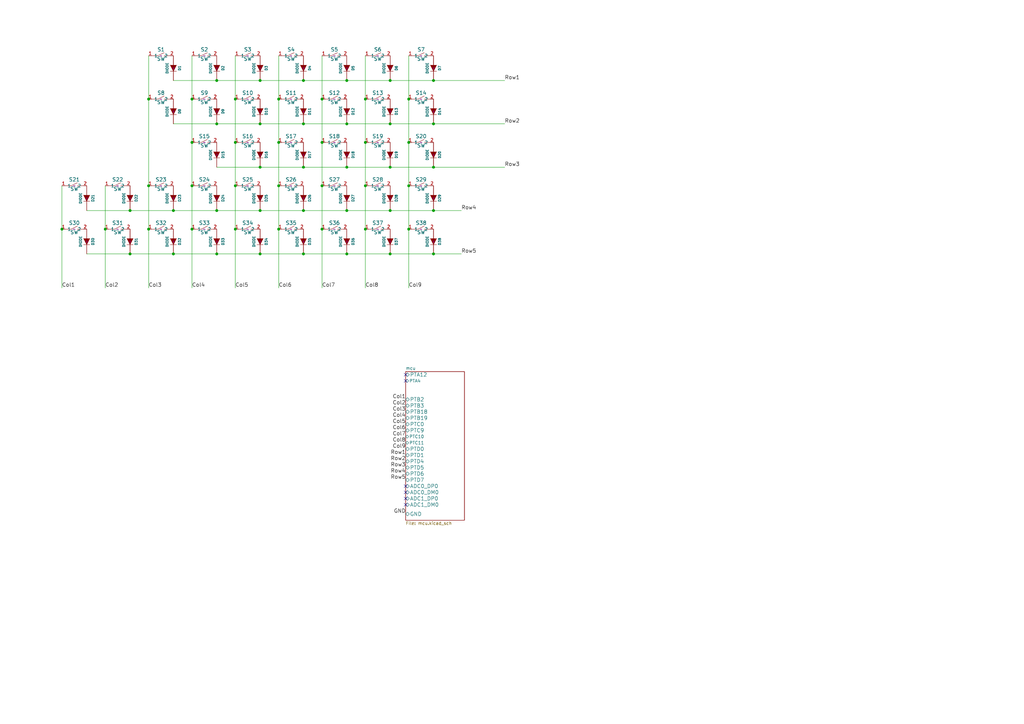
<source format=kicad_sch>
(kicad_sch (version 20210621) (generator eeschema)
  (paper "A3")
  (title_block (title "ICED-L") (date "2016-07-17") (rev "Rev 1.2b") (company "Input Club"))
  (lib_symbols
    (symbol "ICEDLeft:DIODE" (pin_numbers hide) (pin_names (offset 1.016) hide)
      (property "Reference" "D" (at 0 2.54 0))
      (property "Value" "DIODE" (at 0 -2.54 0))
      (symbol "DIODE_0_1"
        (polyline (pts (xy 1.27 1.27) (xy 1.27 -1.27)) (stroke (width 0.1524)))
        (polyline (pts (xy -1.27 1.27) (xy 1.27 0) (xy -1.27 -1.27)) (fill (type outline)))
      )
      (symbol "DIODE_1_1"
        (pin passive line (at -5.08 0 0) (length 3.81) (name "A") (number "1"))
        (pin passive line (at 5.08 0 180) (length 3.81) (name "K") (number "2"))
      )
    )
    (symbol "ICEDLeft:SW" (pin_names (offset 1.016))
      (property "Reference" "S" (at 0 2.54 0))
      (property "Value" "SW" (at 0 -1.27 0))
      (symbol "SW_0_1"
        (polyline (pts (xy 2.54 0) (xy 1.27 0)))
        (polyline (pts (xy 3.81 0) (xy 2.54 0)))
        (polyline (pts (xy 1.27 1.27) (xy -1.27 0) (xy -3.81 0)))
      )
      (symbol "SW_1_1"
        (pin bidirectional line (at -5.08 0 0) (length 1.27) (name "1") (number "1"))
        (pin bidirectional line (at 5.08 0 180) (length 1.27) (name "2") (number "2"))
      )
    )
  )
  (junction (at 25.4 93.98) (diameter 1.016))
  (junction (at 43.18 93.98) (diameter 1.016))
  (junction (at 53.34 86.36) (diameter 1.016))
  (junction (at 53.34 104.14) (diameter 1.016))
  (junction (at 60.96 40.64) (diameter 1.016))
  (junction (at 60.96 76.2) (diameter 1.016))
  (junction (at 60.96 93.98) (diameter 1.016))
  (junction (at 71.12 86.36) (diameter 1.016))
  (junction (at 71.12 104.14) (diameter 1.016))
  (junction (at 78.74 40.64) (diameter 1.016))
  (junction (at 78.74 58.42) (diameter 1.016))
  (junction (at 78.74 76.2) (diameter 1.016))
  (junction (at 78.74 93.98) (diameter 1.016))
  (junction (at 88.9 33.02) (diameter 1.016))
  (junction (at 88.9 50.8) (diameter 1.016))
  (junction (at 88.9 86.36) (diameter 1.016))
  (junction (at 88.9 104.14) (diameter 1.016))
  (junction (at 96.52 40.64) (diameter 1.016))
  (junction (at 96.52 58.42) (diameter 1.016))
  (junction (at 96.52 76.2) (diameter 1.016))
  (junction (at 96.52 93.98) (diameter 1.016))
  (junction (at 106.68 33.02) (diameter 1.016))
  (junction (at 106.68 50.8) (diameter 1.016))
  (junction (at 106.68 68.58) (diameter 1.016))
  (junction (at 106.68 86.36) (diameter 1.016))
  (junction (at 106.68 104.14) (diameter 1.016))
  (junction (at 114.3 40.64) (diameter 1.016))
  (junction (at 114.3 58.42) (diameter 1.016))
  (junction (at 114.3 76.2) (diameter 1.016))
  (junction (at 114.3 93.98) (diameter 1.016))
  (junction (at 124.46 33.02) (diameter 1.016))
  (junction (at 124.46 50.8) (diameter 1.016))
  (junction (at 124.46 68.58) (diameter 1.016))
  (junction (at 124.46 86.36) (diameter 1.016))
  (junction (at 124.46 104.14) (diameter 1.016))
  (junction (at 132.08 40.64) (diameter 1.016))
  (junction (at 132.08 58.42) (diameter 1.016))
  (junction (at 132.08 76.2) (diameter 1.016))
  (junction (at 132.08 93.98) (diameter 1.016))
  (junction (at 142.24 33.02) (diameter 1.016))
  (junction (at 142.24 50.8) (diameter 1.016))
  (junction (at 142.24 68.58) (diameter 1.016))
  (junction (at 142.24 86.36) (diameter 1.016))
  (junction (at 142.24 104.14) (diameter 1.016))
  (junction (at 149.86 40.64) (diameter 1.016))
  (junction (at 149.86 58.42) (diameter 1.016))
  (junction (at 149.86 76.2) (diameter 1.016))
  (junction (at 149.86 93.98) (diameter 1.016))
  (junction (at 160.02 33.02) (diameter 1.016))
  (junction (at 160.02 50.8) (diameter 1.016))
  (junction (at 160.02 68.58) (diameter 1.016))
  (junction (at 160.02 86.36) (diameter 1.016))
  (junction (at 160.02 104.14) (diameter 1.016))
  (junction (at 167.64 40.64) (diameter 1.016))
  (junction (at 167.64 58.42) (diameter 1.016))
  (junction (at 167.64 76.2) (diameter 1.016))
  (junction (at 167.64 93.98) (diameter 1.016))
  (junction (at 177.8 33.02) (diameter 1.016))
  (junction (at 177.8 50.8) (diameter 1.016))
  (junction (at 177.8 68.58) (diameter 1.016))
  (junction (at 177.8 86.36) (diameter 1.016))
  (junction (at 177.8 104.14) (diameter 1.016))
  (no_connect (at 166.37 153.67))
  (no_connect (at 166.37 156.21))
  (no_connect (at 166.37 199.39))
  (no_connect (at 166.37 201.93))
  (no_connect (at 166.37 204.47))
  (no_connect (at 166.37 207.01))
  (wire (pts (xy 25.4 76.2) (xy 25.4 93.98)))
  (wire (pts (xy 25.4 93.98) (xy 25.4 118.11)))
  (wire (pts (xy 35.56 86.36) (xy 53.34 86.36)))
  (wire (pts (xy 35.56 104.14) (xy 53.34 104.14)))
  (wire (pts (xy 43.18 76.2) (xy 43.18 93.98)))
  (wire (pts (xy 43.18 93.98) (xy 43.18 118.11)))
  (wire (pts (xy 53.34 86.36) (xy 71.12 86.36)))
  (wire (pts (xy 53.34 104.14) (xy 71.12 104.14)))
  (wire (pts (xy 60.96 22.86) (xy 60.96 40.64)))
  (wire (pts (xy 60.96 40.64) (xy 60.96 76.2)))
  (wire (pts (xy 60.96 76.2) (xy 60.96 93.98)))
  (wire (pts (xy 60.96 93.98) (xy 60.96 118.11)))
  (wire (pts (xy 71.12 33.02) (xy 88.9 33.02)))
  (wire (pts (xy 71.12 50.8) (xy 88.9 50.8)))
  (wire (pts (xy 71.12 86.36) (xy 88.9 86.36)))
  (wire (pts (xy 71.12 104.14) (xy 88.9 104.14)))
  (wire (pts (xy 78.74 22.86) (xy 78.74 40.64)))
  (wire (pts (xy 78.74 40.64) (xy 78.74 58.42)))
  (wire (pts (xy 78.74 58.42) (xy 78.74 76.2)))
  (wire (pts (xy 78.74 76.2) (xy 78.74 93.98)))
  (wire (pts (xy 78.74 93.98) (xy 78.74 118.11)))
  (wire (pts (xy 88.9 33.02) (xy 106.68 33.02)))
  (wire (pts (xy 88.9 50.8) (xy 106.68 50.8)))
  (wire (pts (xy 88.9 68.58) (xy 106.68 68.58)))
  (wire (pts (xy 88.9 86.36) (xy 106.68 86.36)))
  (wire (pts (xy 88.9 104.14) (xy 106.68 104.14)))
  (wire (pts (xy 96.52 22.86) (xy 96.52 40.64)))
  (wire (pts (xy 96.52 40.64) (xy 96.52 58.42)))
  (wire (pts (xy 96.52 58.42) (xy 96.52 76.2)))
  (wire (pts (xy 96.52 76.2) (xy 96.52 93.98)))
  (wire (pts (xy 96.52 93.98) (xy 96.52 118.11)))
  (wire (pts (xy 106.68 33.02) (xy 124.46 33.02)))
  (wire (pts (xy 106.68 50.8) (xy 124.46 50.8)))
  (wire (pts (xy 106.68 68.58) (xy 124.46 68.58)))
  (wire (pts (xy 106.68 86.36) (xy 124.46 86.36)))
  (wire (pts (xy 106.68 104.14) (xy 124.46 104.14)))
  (wire (pts (xy 114.3 22.86) (xy 114.3 40.64)))
  (wire (pts (xy 114.3 40.64) (xy 114.3 58.42)))
  (wire (pts (xy 114.3 58.42) (xy 114.3 76.2)))
  (wire (pts (xy 114.3 76.2) (xy 114.3 93.98)))
  (wire (pts (xy 114.3 93.98) (xy 114.3 118.11)))
  (wire (pts (xy 124.46 33.02) (xy 142.24 33.02)))
  (wire (pts (xy 124.46 50.8) (xy 142.24 50.8)))
  (wire (pts (xy 124.46 68.58) (xy 142.24 68.58)))
  (wire (pts (xy 124.46 86.36) (xy 142.24 86.36)))
  (wire (pts (xy 124.46 104.14) (xy 142.24 104.14)))
  (wire (pts (xy 132.08 22.86) (xy 132.08 40.64)))
  (wire (pts (xy 132.08 40.64) (xy 132.08 58.42)))
  (wire (pts (xy 132.08 58.42) (xy 132.08 76.2)))
  (wire (pts (xy 132.08 76.2) (xy 132.08 93.98)))
  (wire (pts (xy 132.08 93.98) (xy 132.08 118.11)))
  (wire (pts (xy 142.24 33.02) (xy 160.02 33.02)))
  (wire (pts (xy 142.24 50.8) (xy 160.02 50.8)))
  (wire (pts (xy 142.24 68.58) (xy 160.02 68.58)))
  (wire (pts (xy 142.24 86.36) (xy 160.02 86.36)))
  (wire (pts (xy 142.24 104.14) (xy 160.02 104.14)))
  (wire (pts (xy 149.86 22.86) (xy 149.86 40.64)))
  (wire (pts (xy 149.86 40.64) (xy 149.86 58.42)))
  (wire (pts (xy 149.86 58.42) (xy 149.86 76.2)))
  (wire (pts (xy 149.86 76.2) (xy 149.86 93.98)))
  (wire (pts (xy 149.86 93.98) (xy 149.86 118.11)))
  (wire (pts (xy 160.02 33.02) (xy 177.8 33.02)))
  (wire (pts (xy 160.02 50.8) (xy 177.8 50.8)))
  (wire (pts (xy 160.02 68.58) (xy 177.8 68.58)))
  (wire (pts (xy 160.02 86.36) (xy 177.8 86.36)))
  (wire (pts (xy 160.02 104.14) (xy 177.8 104.14)))
  (wire (pts (xy 167.64 22.86) (xy 167.64 40.64)))
  (wire (pts (xy 167.64 40.64) (xy 167.64 58.42)))
  (wire (pts (xy 167.64 58.42) (xy 167.64 76.2)))
  (wire (pts (xy 167.64 76.2) (xy 167.64 93.98)))
  (wire (pts (xy 167.64 93.98) (xy 167.64 118.11)))
  (wire (pts (xy 177.8 33.02) (xy 207.01 33.02)))
  (wire (pts (xy 177.8 50.8) (xy 207.01 50.8)))
  (wire (pts (xy 177.8 68.58) (xy 207.01 68.58)))
  (wire (pts (xy 177.8 86.36) (xy 189.23 86.36)))
  (wire (pts (xy 177.8 104.14) (xy 189.23 104.14)))
  (label "Col1" (at 25.4 118.11 0) (effects (font (size 1.524 1.524))))
  (label "Col2" (at 43.18 118.11 0) (effects (font (size 1.524 1.524))))
  (label "Col3" (at 60.96 118.11 0) (effects (font (size 1.524 1.524))))
  (label "Col4" (at 78.74 118.11 0) (effects (font (size 1.524 1.524))))
  (label "Col5" (at 96.52 118.11 0) (effects (font (size 1.524 1.524))))
  (label "Col6" (at 114.3 118.11 0) (effects (font (size 1.524 1.524))))
  (label "Col7" (at 132.08 118.11 0) (effects (font (size 1.524 1.524))))
  (label "Col8" (at 149.86 118.11 0) (effects (font (size 1.524 1.524))))
  (label "Col1" (at 166.37 163.83 180) (effects (font (size 1.524 1.524))))
  (label "Col2" (at 166.37 166.37 180) (effects (font (size 1.524 1.524))))
  (label "Col3" (at 166.37 168.91 180) (effects (font (size 1.524 1.524))))
  (label "Col4" (at 166.37 171.45 180) (effects (font (size 1.524 1.524))))
  (label "Col5" (at 166.37 173.99 180) (effects (font (size 1.524 1.524))))
  (label "Col6" (at 166.37 176.53 180) (effects (font (size 1.524 1.524))))
  (label "Col7" (at 166.37 179.07 180) (effects (font (size 1.524 1.524))))
  (label "Col8" (at 166.37 181.61 180) (effects (font (size 1.524 1.524))))
  (label "Col9" (at 166.37 184.15 180) (effects (font (size 1.524 1.524))))
  (label "Row1" (at 166.37 186.69 180) (effects (font (size 1.524 1.524))))
  (label "Row2" (at 166.37 189.23 180) (effects (font (size 1.524 1.524))))
  (label "Row3" (at 166.37 191.77 180) (effects (font (size 1.524 1.524))))
  (label "Row4" (at 166.37 194.31 180) (effects (font (size 1.524 1.524))))
  (label "Row5" (at 166.37 196.85 180) (effects (font (size 1.524 1.524))))
  (label "GND" (at 166.37 210.82 180) (effects (font (size 1.524 1.524))))
  (label "Col9" (at 167.64 118.11 0) (effects (font (size 1.524 1.524))))
  (label "Row4" (at 189.23 86.36 0) (effects (font (size 1.524 1.524))))
  (label "Row5" (at 189.23 104.14 0) (effects (font (size 1.524 1.524))))
  (label "Row1" (at 207.01 33.02 0) (effects (font (size 1.524 1.524))))
  (label "Row2" (at 207.01 50.8 0) (effects (font (size 1.524 1.524))))
  (label "Row3" (at 207.01 68.58 0) (effects (font (size 1.524 1.524))))
  (symbol (lib_id "ICEDLeft:SW") (at 30.48 76.2 0) (unit 1)
    (property "Reference" "S21" (at 30.48 73.66 0) (effects (font (size 1.524 1.524))))
    (property "Value" "SW" (at 30.48 77.47 0) (effects (font (size 1.524 1.524))))
    (property "Footprint" "prettylib:SW_Hotswap_Kailh" (effects hide))
    (property "Datasheet" "~" (at 30.48 76.2 0) (effects (font (size 1.524 1.524))))
  )
  (symbol (lib_id "ICEDLeft:SW") (at 30.48 93.98 0) (unit 1)
    (property "Reference" "S30" (at 30.48 91.44 0) (effects (font (size 1.524 1.524))))
    (property "Value" "SW" (at 30.48 95.25 0) (effects (font (size 1.524 1.524))))
    (property "Footprint" "prettylib:SW_Hotswap_Kailh" (effects hide))
    (property "Datasheet" "~" (at 30.48 93.98 0) (effects (font (size 1.524 1.524))))
  )
  (symbol (lib_id "ICEDLeft:SW") (at 48.26 76.2 0) (unit 1)
    (property "Reference" "S22" (at 48.26 73.66 0) (effects (font (size 1.524 1.524))))
    (property "Value" "SW" (at 48.26 77.47 0) (effects (font (size 1.524 1.524))))
    (property "Footprint" "prettylib:SW_Hotswap_Kailh" (effects hide))
    (property "Datasheet" "~" (at 48.26 76.2 0) (effects (font (size 1.524 1.524))))
  )
  (symbol (lib_id "ICEDLeft:SW") (at 48.26 93.98 0) (unit 1)
    (property "Reference" "S31" (at 48.26 91.44 0) (effects (font (size 1.524 1.524))))
    (property "Value" "SW" (at 48.26 95.25 0) (effects (font (size 1.524 1.524))))
    (property "Footprint" "prettylib:SW_Hotswap_Kailh" (effects hide))
    (property "Datasheet" "~" (at 48.26 93.98 0) (effects (font (size 1.524 1.524))))
  )
  (symbol (lib_id "ICEDLeft:SW") (at 66.04 22.86 0) (unit 1)
    (property "Reference" "S1" (at 66.04 20.32 0) (effects (font (size 1.524 1.524))))
    (property "Value" "SW" (at 66.04 24.13 0) (effects (font (size 1.524 1.524))))
    (property "Footprint" "prettylib:SW_Hotswap_Kailh" (effects hide))
    (property "Datasheet" "~" (at 66.04 22.86 0) (effects (font (size 1.524 1.524))))
  )
  (symbol (lib_id "ICEDLeft:SW") (at 66.04 40.64 0) (unit 1)
    (property "Reference" "S8" (at 66.04 38.1 0) (effects (font (size 1.524 1.524))))
    (property "Value" "SW" (at 66.04 41.91 0) (effects (font (size 1.524 1.524))))
    (property "Footprint" "prettylib:SW_Hotswap_Kailh" (effects hide))
    (property "Datasheet" "~" (at 66.04 40.64 0) (effects (font (size 1.524 1.524))))
  )
  (symbol (lib_id "ICEDLeft:SW") (at 66.04 76.2 0) (unit 1)
    (property "Reference" "S23" (at 66.04 73.66 0) (effects (font (size 1.524 1.524))))
    (property "Value" "SW" (at 66.04 77.47 0) (effects (font (size 1.524 1.524))))
    (property "Footprint" "prettylib:SW_Hotswap_Kailh" (effects hide))
    (property "Datasheet" "~" (at 66.04 76.2 0) (effects (font (size 1.524 1.524))))
  )
  (symbol (lib_id "ICEDLeft:SW") (at 66.04 93.98 0) (unit 1)
    (property "Reference" "S32" (at 66.04 91.44 0) (effects (font (size 1.524 1.524))))
    (property "Value" "SW" (at 66.04 95.25 0) (effects (font (size 1.524 1.524))))
    (property "Footprint" "prettylib:SW_Hotswap_Kailh" (effects hide))
    (property "Datasheet" "~" (at 66.04 93.98 0) (effects (font (size 1.524 1.524))))
  )
  (symbol (lib_id "ICEDLeft:SW") (at 83.82 22.86 0) (unit 1)
    (property "Reference" "S2" (at 83.82 20.32 0) (effects (font (size 1.524 1.524))))
    (property "Value" "SW" (at 83.82 24.13 0) (effects (font (size 1.524 1.524))))
    (property "Footprint" "prettylib:SW_Hotswap_Kailh" (effects hide))
    (property "Datasheet" "~" (at 83.82 22.86 0) (effects (font (size 1.524 1.524))))
  )
  (symbol (lib_id "ICEDLeft:SW") (at 83.82 40.64 0) (unit 1)
    (property "Reference" "S9" (at 83.82 38.1 0) (effects (font (size 1.524 1.524))))
    (property "Value" "SW" (at 83.82 41.91 0) (effects (font (size 1.524 1.524))))
    (property "Footprint" "prettylib:SW_Hotswap_Kailh" (effects hide))
    (property "Datasheet" "~" (at 83.82 40.64 0) (effects (font (size 1.524 1.524))))
  )
  (symbol (lib_id "ICEDLeft:SW") (at 83.82 58.42 0) (unit 1)
    (property "Reference" "S15" (at 83.82 55.88 0) (effects (font (size 1.524 1.524))))
    (property "Value" "SW" (at 83.82 59.69 0) (effects (font (size 1.524 1.524))))
    (property "Footprint" "prettylib:SW_Hotswap_Kailh" (effects hide))
    (property "Datasheet" "~" (at 83.82 58.42 0) (effects (font (size 1.524 1.524))))
  )
  (symbol (lib_id "ICEDLeft:SW") (at 83.82 76.2 0) (unit 1)
    (property "Reference" "S24" (at 83.82 73.66 0) (effects (font (size 1.524 1.524))))
    (property "Value" "SW" (at 83.82 77.47 0) (effects (font (size 1.524 1.524))))
    (property "Footprint" "prettylib:SW_Hotswap_Kailh" (effects hide))
    (property "Datasheet" "~" (at 83.82 76.2 0) (effects (font (size 1.524 1.524))))
  )
  (symbol (lib_id "ICEDLeft:SW") (at 83.82 93.98 0) (unit 1)
    (property "Reference" "S33" (at 83.82 91.44 0) (effects (font (size 1.524 1.524))))
    (property "Value" "SW" (at 83.82 95.25 0) (effects (font (size 1.524 1.524))))
    (property "Footprint" "prettylib:SW_Hotswap_Kailh" (effects hide))
    (property "Datasheet" "~" (at 83.82 93.98 0) (effects (font (size 1.524 1.524))))
  )
  (symbol (lib_id "ICEDLeft:SW") (at 101.6 22.86 0) (unit 1)
    (property "Reference" "S3" (at 101.6 20.32 0) (effects (font (size 1.524 1.524))))
    (property "Value" "SW" (at 101.6 24.13 0) (effects (font (size 1.524 1.524))))
    (property "Footprint" "prettylib:SW_Hotswap_Kailh" (effects hide))
    (property "Datasheet" "~" (at 101.6 22.86 0) (effects (font (size 1.524 1.524))))
  )
  (symbol (lib_id "ICEDLeft:SW") (at 101.6 40.64 0) (unit 1)
    (property "Reference" "S10" (at 101.6 38.1 0) (effects (font (size 1.524 1.524))))
    (property "Value" "SW" (at 101.6 41.91 0) (effects (font (size 1.524 1.524))))
    (property "Footprint" "prettylib:SW_Hotswap_Kailh" (effects hide))
    (property "Datasheet" "~" (at 101.6 40.64 0) (effects (font (size 1.524 1.524))))
  )
  (symbol (lib_id "ICEDLeft:SW") (at 101.6 58.42 0) (unit 1)
    (property "Reference" "S16" (at 101.6 55.88 0) (effects (font (size 1.524 1.524))))
    (property "Value" "SW" (at 101.6 59.69 0) (effects (font (size 1.524 1.524))))
    (property "Footprint" "prettylib:SW_Hotswap_Kailh" (effects hide))
    (property "Datasheet" "~" (at 101.6 58.42 0) (effects (font (size 1.524 1.524))))
  )
  (symbol (lib_id "ICEDLeft:SW") (at 101.6 76.2 0) (unit 1)
    (property "Reference" "S25" (at 101.6 73.66 0) (effects (font (size 1.524 1.524))))
    (property "Value" "SW" (at 101.6 77.47 0) (effects (font (size 1.524 1.524))))
    (property "Footprint" "prettylib:SW_Hotswap_Kailh" (effects hide))
    (property "Datasheet" "~" (at 101.6 76.2 0) (effects (font (size 1.524 1.524))))
  )
  (symbol (lib_id "ICEDLeft:SW") (at 101.6 93.98 0) (unit 1)
    (property "Reference" "S34" (at 101.6 91.44 0) (effects (font (size 1.524 1.524))))
    (property "Value" "SW" (at 101.6 95.25 0) (effects (font (size 1.524 1.524))))
    (property "Footprint" "prettylib:SW_Hotswap_Kailh" (effects hide))
    (property "Datasheet" "~" (at 101.6 93.98 0) (effects (font (size 1.524 1.524))))
  )
  (symbol (lib_id "ICEDLeft:SW") (at 119.38 22.86 0) (unit 1)
    (property "Reference" "S4" (at 119.38 20.32 0) (effects (font (size 1.524 1.524))))
    (property "Value" "SW" (at 119.38 24.13 0) (effects (font (size 1.524 1.524))))
    (property "Footprint" "prettylib:SW_Hotswap_Kailh" (effects hide))
    (property "Datasheet" "~" (at 119.38 22.86 0) (effects (font (size 1.524 1.524))))
  )
  (symbol (lib_id "ICEDLeft:SW") (at 119.38 40.64 0) (unit 1)
    (property "Reference" "S11" (at 119.38 38.1 0) (effects (font (size 1.524 1.524))))
    (property "Value" "SW" (at 119.38 41.91 0) (effects (font (size 1.524 1.524))))
    (property "Footprint" "prettylib:SW_Hotswap_Kailh" (effects hide))
    (property "Datasheet" "~" (at 119.38 40.64 0) (effects (font (size 1.524 1.524))))
  )
  (symbol (lib_id "ICEDLeft:SW") (at 119.38 58.42 0) (unit 1)
    (property "Reference" "S17" (at 119.38 55.88 0) (effects (font (size 1.524 1.524))))
    (property "Value" "SW" (at 119.38 59.69 0) (effects (font (size 1.524 1.524))))
    (property "Footprint" "prettylib:SW_Hotswap_Kailh" (effects hide))
    (property "Datasheet" "~" (at 119.38 58.42 0) (effects (font (size 1.524 1.524))))
  )
  (symbol (lib_id "ICEDLeft:SW") (at 119.38 76.2 0) (unit 1)
    (property "Reference" "S26" (at 119.38 73.66 0) (effects (font (size 1.524 1.524))))
    (property "Value" "SW" (at 119.38 77.47 0) (effects (font (size 1.524 1.524))))
    (property "Footprint" "prettylib:SW_Hotswap_Kailh" (effects hide))
    (property "Datasheet" "~" (at 119.38 76.2 0) (effects (font (size 1.524 1.524))))
  )
  (symbol (lib_id "ICEDLeft:SW") (at 119.38 93.98 0) (unit 1)
    (property "Reference" "S35" (at 119.38 91.44 0) (effects (font (size 1.524 1.524))))
    (property "Value" "SW" (at 119.38 95.25 0) (effects (font (size 1.524 1.524))))
    (property "Footprint" "prettylib:SW_Hotswap_Kailh" (effects hide))
    (property "Datasheet" "~" (at 119.38 93.98 0) (effects (font (size 1.524 1.524))))
  )
  (symbol (lib_id "ICEDLeft:SW") (at 137.16 22.86 0) (unit 1)
    (property "Reference" "S5" (at 137.16 20.32 0) (effects (font (size 1.524 1.524))))
    (property "Value" "SW" (at 137.16 24.13 0) (effects (font (size 1.524 1.524))))
    (property "Footprint" "prettylib:SW_Hotswap_Kailh" (effects hide))
    (property "Datasheet" "~" (at 137.16 22.86 0) (effects (font (size 1.524 1.524))))
  )
  (symbol (lib_id "ICEDLeft:SW") (at 137.16 40.64 0) (unit 1)
    (property "Reference" "S12" (at 137.16 38.1 0) (effects (font (size 1.524 1.524))))
    (property "Value" "SW" (at 137.16 41.91 0) (effects (font (size 1.524 1.524))))
    (property "Footprint" "prettylib:SW_Hotswap_Kailh" (effects hide))
    (property "Datasheet" "~" (at 137.16 40.64 0) (effects (font (size 1.524 1.524))))
  )
  (symbol (lib_id "ICEDLeft:SW") (at 137.16 58.42 0) (unit 1)
    (property "Reference" "S18" (at 137.16 55.88 0) (effects (font (size 1.524 1.524))))
    (property "Value" "SW" (at 137.16 59.69 0) (effects (font (size 1.524 1.524))))
    (property "Footprint" "prettylib:SW_Hotswap_Kailh" (effects hide))
    (property "Datasheet" "~" (at 137.16 58.42 0) (effects (font (size 1.524 1.524))))
  )
  (symbol (lib_id "ICEDLeft:SW") (at 137.16 76.2 0) (unit 1)
    (property "Reference" "S27" (at 137.16 73.66 0) (effects (font (size 1.524 1.524))))
    (property "Value" "SW" (at 137.16 77.47 0) (effects (font (size 1.524 1.524))))
    (property "Footprint" "prettylib:SW_Hotswap_Kailh" (effects hide))
    (property "Datasheet" "~" (at 137.16 76.2 0) (effects (font (size 1.524 1.524))))
  )
  (symbol (lib_id "ICEDLeft:SW") (at 137.16 93.98 0) (unit 1)
    (property "Reference" "S36" (at 137.16 91.44 0) (effects (font (size 1.524 1.524))))
    (property "Value" "SW" (at 137.16 95.25 0) (effects (font (size 1.524 1.524))))
    (property "Footprint" "prettylib:SW_Hotswap_Kailh" (effects hide))
    (property "Datasheet" "~" (at 137.16 93.98 0) (effects (font (size 1.524 1.524))))
  )
  (symbol (lib_id "ICEDLeft:SW") (at 154.94 22.86 0) (unit 1)
    (property "Reference" "S6" (at 154.94 20.32 0) (effects (font (size 1.524 1.524))))
    (property "Value" "SW" (at 154.94 24.13 0) (effects (font (size 1.524 1.524))))
    (property "Footprint" "prettylib:SW_Hotswap_Kailh" (effects hide))
    (property "Datasheet" "~" (at 154.94 22.86 0) (effects (font (size 1.524 1.524))))
  )
  (symbol (lib_id "ICEDLeft:SW") (at 154.94 40.64 0) (unit 1)
    (property "Reference" "S13" (at 154.94 38.1 0) (effects (font (size 1.524 1.524))))
    (property "Value" "SW" (at 154.94 41.91 0) (effects (font (size 1.524 1.524))))
    (property "Footprint" "prettylib:SW_Hotswap_Kailh" (effects hide))
    (property "Datasheet" "~" (at 154.94 40.64 0) (effects (font (size 1.524 1.524))))
  )
  (symbol (lib_id "ICEDLeft:SW") (at 154.94 58.42 0) (unit 1)
    (property "Reference" "S19" (at 154.94 55.88 0) (effects (font (size 1.524 1.524))))
    (property "Value" "SW" (at 154.94 59.69 0) (effects (font (size 1.524 1.524))))
    (property "Footprint" "prettylib:SW_Hotswap_Kailh" (effects hide))
    (property "Datasheet" "~" (at 154.94 58.42 0) (effects (font (size 1.524 1.524))))
  )
  (symbol (lib_id "ICEDLeft:SW") (at 154.94 76.2 0) (unit 1)
    (property "Reference" "S28" (at 154.94 73.66 0) (effects (font (size 1.524 1.524))))
    (property "Value" "SW" (at 154.94 77.47 0) (effects (font (size 1.524 1.524))))
    (property "Footprint" "prettylib:SW_Hotswap_Kailh" (effects hide))
    (property "Datasheet" "~" (at 154.94 76.2 0) (effects (font (size 1.524 1.524))))
  )
  (symbol (lib_id "ICEDLeft:SW") (at 154.94 93.98 0) (unit 1)
    (property "Reference" "S37" (at 154.94 91.44 0) (effects (font (size 1.524 1.524))))
    (property "Value" "SW" (at 154.94 95.25 0) (effects (font (size 1.524 1.524))))
    (property "Footprint" "prettylib:SW_Hotswap_Kailh" (effects hide))
    (property "Datasheet" "~" (at 154.94 93.98 0) (effects (font (size 1.524 1.524))))
  )
  (symbol (lib_id "ICEDLeft:SW") (at 172.72 22.86 0) (unit 1)
    (property "Reference" "S7" (at 172.72 20.32 0) (effects (font (size 1.524 1.524))))
    (property "Value" "SW" (at 172.72 24.13 0) (effects (font (size 1.524 1.524))))
    (property "Footprint" "prettylib:SW_Hotswap_Kailh" (effects hide))
    (property "Datasheet" "~" (at 172.72 22.86 0) (effects (font (size 1.524 1.524))))
  )
  (symbol (lib_id "ICEDLeft:SW") (at 172.72 40.64 0) (unit 1)
    (property "Reference" "S14" (at 172.72 38.1 0) (effects (font (size 1.524 1.524))))
    (property "Value" "SW" (at 172.72 41.91 0) (effects (font (size 1.524 1.524))))
    (property "Footprint" "prettylib:SW_Hotswap_Kailh" (effects hide))
    (property "Datasheet" "~" (at 172.72 40.64 0) (effects (font (size 1.524 1.524))))
  )
  (symbol (lib_id "ICEDLeft:SW") (at 172.72 58.42 0) (unit 1)
    (property "Reference" "S20" (at 172.72 55.88 0) (effects (font (size 1.524 1.524))))
    (property "Value" "SW" (at 172.72 59.69 0) (effects (font (size 1.524 1.524))))
    (property "Footprint" "prettylib:SW_Hotswap_Kailh" (effects hide))
    (property "Datasheet" "~" (at 172.72 58.42 0) (effects (font (size 1.524 1.524))))
  )
  (symbol (lib_id "ICEDLeft:SW") (at 172.72 76.2 0) (unit 1)
    (property "Reference" "S29" (at 172.72 73.66 0) (effects (font (size 1.524 1.524))))
    (property "Value" "SW" (at 172.72 77.47 0) (effects (font (size 1.524 1.524))))
    (property "Footprint" "prettylib:SW_Hotswap_Kailh" (effects hide))
    (property "Datasheet" "~" (at 172.72 76.2 0) (effects (font (size 1.524 1.524))))
  )
  (symbol (lib_id "ICEDLeft:SW") (at 172.72 93.98 0) (unit 1)
    (property "Reference" "S38" (at 172.72 91.44 0) (effects (font (size 1.524 1.524))))
    (property "Value" "SW" (at 172.72 95.25 0) (effects (font (size 1.524 1.524))))
    (property "Footprint" "prettylib:SW_Hotswap_Kailh" (effects hide))
    (property "Datasheet" "~" (at 172.72 93.98 0) (effects (font (size 1.524 1.524))))
  )
  (symbol (lib_id "ICEDLeft:DIODE") (at 35.56 81.28 270) (unit 1)
    (property "Reference" "D21" (at 38.1 81.28 0) (effects (font (size 1.016 1.016))))
    (property "Value" "DIODE" (at 33.02 81.28 0) (effects (font (size 1.016 1.016))))
    (property "Footprint" "prettylib:SOT123-DIODE" (effects hide))
    (property "Datasheet" "~" (at 35.56 81.28 0) (effects (font (size 1.524 1.524))))
  )
  (symbol (lib_id "ICEDLeft:DIODE") (at 35.56 99.06 270) (unit 1)
    (property "Reference" "D30" (at 38.1 99.06 0) (effects (font (size 1.016 1.016))))
    (property "Value" "DIODE" (at 33.02 99.06 0) (effects (font (size 1.016 1.016))))
    (property "Footprint" "prettylib:SOT123-DIODE" (effects hide))
    (property "Datasheet" "~" (at 35.56 99.06 0) (effects (font (size 1.524 1.524))))
  )
  (symbol (lib_id "ICEDLeft:DIODE") (at 53.34 81.28 270) (unit 1)
    (property "Reference" "D22" (at 55.88 81.28 0) (effects (font (size 1.016 1.016))))
    (property "Value" "DIODE" (at 50.8 81.28 0) (effects (font (size 1.016 1.016))))
    (property "Footprint" "prettylib:SOT123-DIODE" (effects hide))
    (property "Datasheet" "~" (at 53.34 81.28 0) (effects (font (size 1.524 1.524))))
  )
  (symbol (lib_id "ICEDLeft:DIODE") (at 53.34 99.06 270) (unit 1)
    (property "Reference" "D31" (at 55.88 99.06 0) (effects (font (size 1.016 1.016))))
    (property "Value" "DIODE" (at 50.8 99.06 0) (effects (font (size 1.016 1.016))))
    (property "Footprint" "prettylib:SOT123-DIODE" (effects hide))
    (property "Datasheet" "~" (at 53.34 99.06 0) (effects (font (size 1.524 1.524))))
  )
  (symbol (lib_id "ICEDLeft:DIODE") (at 71.12 27.94 270) (unit 1)
    (property "Reference" "D1" (at 73.66 27.94 0) (effects (font (size 1.016 1.016))))
    (property "Value" "DIODE" (at 68.58 27.94 0) (effects (font (size 1.016 1.016))))
    (property "Footprint" "prettylib:SOT123-DIODE" (effects hide))
    (property "Datasheet" "~" (at 71.12 27.94 0) (effects (font (size 1.524 1.524))))
  )
  (symbol (lib_id "ICEDLeft:DIODE") (at 71.12 45.72 270) (unit 1)
    (property "Reference" "D8" (at 73.66 45.72 0) (effects (font (size 1.016 1.016))))
    (property "Value" "DIODE" (at 68.58 45.72 0) (effects (font (size 1.016 1.016))))
    (property "Footprint" "prettylib:SOT123-DIODE" (effects hide))
    (property "Datasheet" "~" (at 71.12 45.72 0) (effects (font (size 1.524 1.524))))
  )
  (symbol (lib_id "ICEDLeft:DIODE") (at 71.12 81.28 270) (unit 1)
    (property "Reference" "D23" (at 73.66 81.28 0) (effects (font (size 1.016 1.016))))
    (property "Value" "DIODE" (at 68.58 81.28 0) (effects (font (size 1.016 1.016))))
    (property "Footprint" "prettylib:SOT123-DIODE" (effects hide))
    (property "Datasheet" "~" (at 71.12 81.28 0) (effects (font (size 1.524 1.524))))
  )
  (symbol (lib_id "ICEDLeft:DIODE") (at 71.12 99.06 270) (unit 1)
    (property "Reference" "D32" (at 73.66 99.06 0) (effects (font (size 1.016 1.016))))
    (property "Value" "DIODE" (at 68.58 99.06 0) (effects (font (size 1.016 1.016))))
    (property "Footprint" "prettylib:SOT123-DIODE" (effects hide))
    (property "Datasheet" "~" (at 71.12 99.06 0) (effects (font (size 1.524 1.524))))
  )
  (symbol (lib_id "ICEDLeft:DIODE") (at 88.9 27.94 270) (unit 1)
    (property "Reference" "D2" (at 91.44 27.94 0) (effects (font (size 1.016 1.016))))
    (property "Value" "DIODE" (at 86.36 27.94 0) (effects (font (size 1.016 1.016))))
    (property "Footprint" "prettylib:SOT123-DIODE" (effects hide))
    (property "Datasheet" "~" (at 88.9 27.94 0) (effects (font (size 1.524 1.524))))
  )
  (symbol (lib_id "ICEDLeft:DIODE") (at 88.9 45.72 270) (unit 1)
    (property "Reference" "D9" (at 91.44 45.72 0) (effects (font (size 1.016 1.016))))
    (property "Value" "DIODE" (at 86.36 45.72 0) (effects (font (size 1.016 1.016))))
    (property "Footprint" "prettylib:SOT123-DIODE" (effects hide))
    (property "Datasheet" "~" (at 88.9 45.72 0) (effects (font (size 1.524 1.524))))
  )
  (symbol (lib_id "ICEDLeft:DIODE") (at 88.9 63.5 270) (unit 1)
    (property "Reference" "D15" (at 91.44 63.5 0) (effects (font (size 1.016 1.016))))
    (property "Value" "DIODE" (at 86.36 63.5 0) (effects (font (size 1.016 1.016))))
    (property "Footprint" "prettylib:SOT123-DIODE" (effects hide))
    (property "Datasheet" "~" (at 88.9 63.5 0) (effects (font (size 1.524 1.524))))
  )
  (symbol (lib_id "ICEDLeft:DIODE") (at 88.9 81.28 270) (unit 1)
    (property "Reference" "D24" (at 91.44 81.28 0) (effects (font (size 1.016 1.016))))
    (property "Value" "DIODE" (at 86.36 81.28 0) (effects (font (size 1.016 1.016))))
    (property "Footprint" "prettylib:SOT123-DIODE" (effects hide))
    (property "Datasheet" "~" (at 88.9 81.28 0) (effects (font (size 1.524 1.524))))
  )
  (symbol (lib_id "ICEDLeft:DIODE") (at 88.9 99.06 270) (unit 1)
    (property "Reference" "D33" (at 91.44 99.06 0) (effects (font (size 1.016 1.016))))
    (property "Value" "DIODE" (at 86.36 99.06 0) (effects (font (size 1.016 1.016))))
    (property "Footprint" "prettylib:SOT123-DIODE" (effects hide))
    (property "Datasheet" "~" (at 88.9 99.06 0) (effects (font (size 1.524 1.524))))
  )
  (symbol (lib_id "ICEDLeft:DIODE") (at 106.68 27.94 270) (unit 1)
    (property "Reference" "D3" (at 109.22 27.94 0) (effects (font (size 1.016 1.016))))
    (property "Value" "DIODE" (at 104.14 27.94 0) (effects (font (size 1.016 1.016))))
    (property "Footprint" "prettylib:SOT123-DIODE" (effects hide))
    (property "Datasheet" "~" (at 106.68 27.94 0) (effects (font (size 1.524 1.524))))
  )
  (symbol (lib_id "ICEDLeft:DIODE") (at 106.68 45.72 270) (unit 1)
    (property "Reference" "D10" (at 109.22 45.72 0) (effects (font (size 1.016 1.016))))
    (property "Value" "DIODE" (at 104.14 45.72 0) (effects (font (size 1.016 1.016))))
    (property "Footprint" "prettylib:SOT123-DIODE" (effects hide))
    (property "Datasheet" "~" (at 106.68 45.72 0) (effects (font (size 1.524 1.524))))
  )
  (symbol (lib_id "ICEDLeft:DIODE") (at 106.68 63.5 270) (unit 1)
    (property "Reference" "D16" (at 109.22 63.5 0) (effects (font (size 1.016 1.016))))
    (property "Value" "DIODE" (at 104.14 63.5 0) (effects (font (size 1.016 1.016))))
    (property "Footprint" "prettylib:SOT123-DIODE" (effects hide))
    (property "Datasheet" "~" (at 106.68 63.5 0) (effects (font (size 1.524 1.524))))
  )
  (symbol (lib_id "ICEDLeft:DIODE") (at 106.68 81.28 270) (unit 1)
    (property "Reference" "D25" (at 109.22 81.28 0) (effects (font (size 1.016 1.016))))
    (property "Value" "DIODE" (at 104.14 81.28 0) (effects (font (size 1.016 1.016))))
    (property "Footprint" "prettylib:SOT123-DIODE" (effects hide))
    (property "Datasheet" "~" (at 106.68 81.28 0) (effects (font (size 1.524 1.524))))
  )
  (symbol (lib_id "ICEDLeft:DIODE") (at 106.68 99.06 270) (unit 1)
    (property "Reference" "D34" (at 109.22 99.06 0) (effects (font (size 1.016 1.016))))
    (property "Value" "DIODE" (at 104.14 99.06 0) (effects (font (size 1.016 1.016))))
    (property "Footprint" "prettylib:SOT123-DIODE" (effects hide))
    (property "Datasheet" "~" (at 106.68 99.06 0) (effects (font (size 1.524 1.524))))
  )
  (symbol (lib_id "ICEDLeft:DIODE") (at 124.46 27.94 270) (unit 1)
    (property "Reference" "D4" (at 127 27.94 0) (effects (font (size 1.016 1.016))))
    (property "Value" "DIODE" (at 121.92 27.94 0) (effects (font (size 1.016 1.016))))
    (property "Footprint" "prettylib:SOT123-DIODE" (effects hide))
    (property "Datasheet" "~" (at 124.46 27.94 0) (effects (font (size 1.524 1.524))))
  )
  (symbol (lib_id "ICEDLeft:DIODE") (at 124.46 45.72 270) (unit 1)
    (property "Reference" "D11" (at 127 45.72 0) (effects (font (size 1.016 1.016))))
    (property "Value" "DIODE" (at 121.92 45.72 0) (effects (font (size 1.016 1.016))))
    (property "Footprint" "prettylib:SOT123-DIODE" (effects hide))
    (property "Datasheet" "~" (at 124.46 45.72 0) (effects (font (size 1.524 1.524))))
  )
  (symbol (lib_id "ICEDLeft:DIODE") (at 124.46 63.5 270) (unit 1)
    (property "Reference" "D17" (at 127 63.5 0) (effects (font (size 1.016 1.016))))
    (property "Value" "DIODE" (at 121.92 63.5 0) (effects (font (size 1.016 1.016))))
    (property "Footprint" "prettylib:SOT123-DIODE" (effects hide))
    (property "Datasheet" "~" (at 124.46 63.5 0) (effects (font (size 1.524 1.524))))
  )
  (symbol (lib_id "ICEDLeft:DIODE") (at 124.46 81.28 270) (unit 1)
    (property "Reference" "D26" (at 127 81.28 0) (effects (font (size 1.016 1.016))))
    (property "Value" "DIODE" (at 121.92 81.28 0) (effects (font (size 1.016 1.016))))
    (property "Footprint" "prettylib:SOT123-DIODE" (effects hide))
    (property "Datasheet" "~" (at 124.46 81.28 0) (effects (font (size 1.524 1.524))))
  )
  (symbol (lib_id "ICEDLeft:DIODE") (at 124.46 99.06 270) (unit 1)
    (property "Reference" "D35" (at 127 99.06 0) (effects (font (size 1.016 1.016))))
    (property "Value" "DIODE" (at 121.92 99.06 0) (effects (font (size 1.016 1.016))))
    (property "Footprint" "prettylib:SOT123-DIODE" (effects hide))
    (property "Datasheet" "~" (at 124.46 99.06 0) (effects (font (size 1.524 1.524))))
  )
  (symbol (lib_id "ICEDLeft:DIODE") (at 142.24 27.94 270) (unit 1)
    (property "Reference" "D5" (at 144.78 27.94 0) (effects (font (size 1.016 1.016))))
    (property "Value" "DIODE" (at 139.7 27.94 0) (effects (font (size 1.016 1.016))))
    (property "Footprint" "prettylib:SOT123-DIODE" (effects hide))
    (property "Datasheet" "~" (at 142.24 27.94 0) (effects (font (size 1.524 1.524))))
  )
  (symbol (lib_id "ICEDLeft:DIODE") (at 142.24 45.72 270) (unit 1)
    (property "Reference" "D12" (at 144.78 45.72 0) (effects (font (size 1.016 1.016))))
    (property "Value" "DIODE" (at 139.7 45.72 0) (effects (font (size 1.016 1.016))))
    (property "Footprint" "prettylib:SOT123-DIODE" (effects hide))
    (property "Datasheet" "~" (at 142.24 45.72 0) (effects (font (size 1.524 1.524))))
  )
  (symbol (lib_id "ICEDLeft:DIODE") (at 142.24 63.5 270) (unit 1)
    (property "Reference" "D18" (at 144.78 63.5 0) (effects (font (size 1.016 1.016))))
    (property "Value" "DIODE" (at 139.7 63.5 0) (effects (font (size 1.016 1.016))))
    (property "Footprint" "prettylib:SOT123-DIODE" (effects hide))
    (property "Datasheet" "~" (at 142.24 63.5 0) (effects (font (size 1.524 1.524))))
  )
  (symbol (lib_id "ICEDLeft:DIODE") (at 142.24 81.28 270) (unit 1)
    (property "Reference" "D27" (at 144.78 81.28 0) (effects (font (size 1.016 1.016))))
    (property "Value" "DIODE" (at 139.7 81.28 0) (effects (font (size 1.016 1.016))))
    (property "Footprint" "prettylib:SOT123-DIODE" (effects hide))
    (property "Datasheet" "~" (at 142.24 81.28 0) (effects (font (size 1.524 1.524))))
  )
  (symbol (lib_id "ICEDLeft:DIODE") (at 142.24 99.06 270) (unit 1)
    (property "Reference" "D36" (at 144.78 99.06 0) (effects (font (size 1.016 1.016))))
    (property "Value" "DIODE" (at 139.7 99.06 0) (effects (font (size 1.016 1.016))))
    (property "Footprint" "prettylib:SOT123-DIODE" (effects hide))
    (property "Datasheet" "~" (at 142.24 99.06 0) (effects (font (size 1.524 1.524))))
  )
  (symbol (lib_id "ICEDLeft:DIODE") (at 160.02 27.94 270) (unit 1)
    (property "Reference" "D6" (at 162.56 27.94 0) (effects (font (size 1.016 1.016))))
    (property "Value" "DIODE" (at 157.48 27.94 0) (effects (font (size 1.016 1.016))))
    (property "Footprint" "prettylib:SOT123-DIODE" (effects hide))
    (property "Datasheet" "~" (at 160.02 27.94 0) (effects (font (size 1.524 1.524))))
  )
  (symbol (lib_id "ICEDLeft:DIODE") (at 160.02 45.72 270) (unit 1)
    (property "Reference" "D13" (at 162.56 45.72 0) (effects (font (size 1.016 1.016))))
    (property "Value" "DIODE" (at 157.48 45.72 0) (effects (font (size 1.016 1.016))))
    (property "Footprint" "prettylib:SOT123-DIODE" (effects hide))
    (property "Datasheet" "~" (at 160.02 45.72 0) (effects (font (size 1.524 1.524))))
  )
  (symbol (lib_id "ICEDLeft:DIODE") (at 160.02 63.5 270) (unit 1)
    (property "Reference" "D19" (at 162.56 63.5 0) (effects (font (size 1.016 1.016))))
    (property "Value" "DIODE" (at 157.48 63.5 0) (effects (font (size 1.016 1.016))))
    (property "Footprint" "prettylib:SOT123-DIODE" (effects hide))
    (property "Datasheet" "~" (at 160.02 63.5 0) (effects (font (size 1.524 1.524))))
  )
  (symbol (lib_id "ICEDLeft:DIODE") (at 160.02 81.28 270) (unit 1)
    (property "Reference" "D28" (at 162.56 81.28 0) (effects (font (size 1.016 1.016))))
    (property "Value" "DIODE" (at 157.48 81.28 0) (effects (font (size 1.016 1.016))))
    (property "Footprint" "prettylib:SOT123-DIODE" (effects hide))
    (property "Datasheet" "~" (at 160.02 81.28 0) (effects (font (size 1.524 1.524))))
  )
  (symbol (lib_id "ICEDLeft:DIODE") (at 160.02 99.06 270) (unit 1)
    (property "Reference" "D37" (at 162.56 99.06 0) (effects (font (size 1.016 1.016))))
    (property "Value" "DIODE" (at 157.48 99.06 0) (effects (font (size 1.016 1.016))))
    (property "Footprint" "prettylib:SOT123-DIODE" (effects hide))
    (property "Datasheet" "~" (at 160.02 99.06 0) (effects (font (size 1.524 1.524))))
  )
  (symbol (lib_id "ICEDLeft:DIODE") (at 177.8 27.94 270) (unit 1)
    (property "Reference" "D7" (at 180.34 27.94 0) (effects (font (size 1.016 1.016))))
    (property "Value" "DIODE" (at 175.26 27.94 0) (effects (font (size 1.016 1.016))))
    (property "Footprint" "prettylib:SOT123-DIODE" (effects hide))
    (property "Datasheet" "~" (at 177.8 27.94 0) (effects (font (size 1.524 1.524))))
  )
  (symbol (lib_id "ICEDLeft:DIODE") (at 177.8 45.72 270) (unit 1)
    (property "Reference" "D14" (at 180.34 45.72 0) (effects (font (size 1.016 1.016))))
    (property "Value" "DIODE" (at 175.26 45.72 0) (effects (font (size 1.016 1.016))))
    (property "Footprint" "prettylib:SOT123-DIODE" (effects hide))
    (property "Datasheet" "~" (at 177.8 45.72 0) (effects (font (size 1.524 1.524))))
  )
  (symbol (lib_id "ICEDLeft:DIODE") (at 177.8 63.5 270) (unit 1)
    (property "Reference" "D20" (at 180.34 63.5 0) (effects (font (size 1.016 1.016))))
    (property "Value" "DIODE" (at 175.26 63.5 0) (effects (font (size 1.016 1.016))))
    (property "Footprint" "prettylib:SOT123-DIODE" (effects hide))
    (property "Datasheet" "~" (at 177.8 63.5 0) (effects (font (size 1.524 1.524))))
  )
  (symbol (lib_id "ICEDLeft:DIODE") (at 177.8 81.28 270) (unit 1)
    (property "Reference" "D29" (at 180.34 81.28 0) (effects (font (size 1.016 1.016))))
    (property "Value" "DIODE" (at 175.26 81.28 0) (effects (font (size 1.016 1.016))))
    (property "Footprint" "prettylib:SOT123-DIODE" (effects hide))
    (property "Datasheet" "~" (at 177.8 81.28 0) (effects (font (size 1.524 1.524))))
  )
  (symbol (lib_id "ICEDLeft:DIODE") (at 177.8 99.06 270) (unit 1)
    (property "Reference" "D38" (at 180.34 99.06 0) (effects (font (size 1.016 1.016))))
    (property "Value" "DIODE" (at 175.26 99.06 0) (effects (font (size 1.016 1.016))))
    (property "Footprint" "prettylib:SOT123-DIODE" (effects hide))
    (property "Datasheet" "~" (at 177.8 99.06 0) (effects (font (size 1.524 1.524))))
  )
  (sheet (at 166.37 152.4) (size 24.13 60.96)
    (property "Sheet name" "mcu" (at 166.37 151.7645 0) (effects (justify left bottom)))
    (property "Sheet file" "mcu.kicad_sch" (at 166.37 213.8685 0) (effects (justify left top)))
    (pin "PTB2" tri_state (at 166.37 163.83 180) (effects (font (size 1.524 1.524))))
    (pin "PTB3" tri_state (at 166.37 166.37 180) (effects (font (size 1.524 1.524))))
    (pin "PTC0" tri_state (at 166.37 173.99 180) (effects (font (size 1.524 1.524))))
    (pin "ADC0_DP0" tri_state (at 166.37 199.39 180) (effects (font (size 1.524 1.524))))
    (pin "ADC0_DM0" tri_state (at 166.37 201.93 180) (effects (font (size 1.524 1.524))))
    (pin "GND" bidirectional (at 166.37 210.82 180) (effects (font (size 1.524 1.524))))
    (pin "PTA12" tri_state (at 166.37 153.67 180) (effects (font (size 1.524 1.524))))
    (pin "ADC1_DP0" tri_state (at 166.37 204.47 180) (effects (font (size 1.524 1.524))))
    (pin "ADC1_DM0" tri_state (at 166.37 207.01 180) (effects (font (size 1.524 1.524))))
    (pin "PTB19" tri_state (at 166.37 171.45 180) (effects (font (size 1.524 1.524))))
    (pin "PTB18" tri_state (at 166.37 168.91 180) (effects (font (size 1.524 1.524))))
    (pin "PTC9" tri_state (at 166.37 176.53 180) (effects (font (size 1.524 1.524))))
    (pin "PTD0" tri_state (at 166.37 184.15 180) (effects (font (size 1.524 1.524))))
    (pin "PTD1" tri_state (at 166.37 186.69 180) (effects (font (size 1.524 1.524))))
    (pin "PTD4" tri_state (at 166.37 189.23 180) (effects (font (size 1.524 1.524))))
    (pin "PTD5" tri_state (at 166.37 191.77 180) (effects (font (size 1.524 1.524))))
    (pin "PTD6" tri_state (at 166.37 194.31 180) (effects (font (size 1.524 1.524))))
    (pin "PTD7" tri_state (at 166.37 196.85 180) (effects (font (size 1.524 1.524))))
    (pin "PTC10" tri_state (at 166.37 179.07 180))
    (pin "PTC11" tri_state (at 166.37 181.61 180))
    (pin "PTA4" bidirectional (at 166.37 156.21 180))
  )
)
</source>
